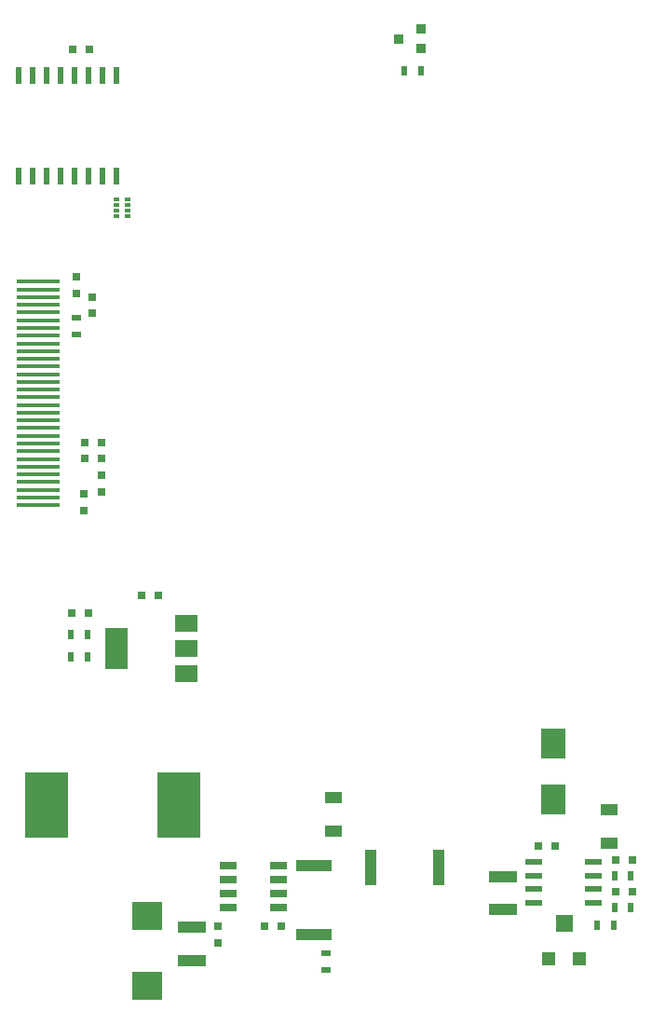
<source format=gtp>
G04 #@! TF.GenerationSoftware,KiCad,Pcbnew,5.0.1*
G04 #@! TF.CreationDate,2019-02-05T22:36:18+00:00*
G04 #@! TF.ProjectId,nixie_control_board,6E697869655F636F6E74726F6C5F626F,rev?*
G04 #@! TF.SameCoordinates,Original*
G04 #@! TF.FileFunction,Paste,Top*
G04 #@! TF.FilePolarity,Positive*
%FSLAX46Y46*%
G04 Gerber Fmt 4.6, Leading zero omitted, Abs format (unit mm)*
G04 Created by KiCad (PCBNEW 5.0.1) date Di 05 Feb 2019 22:36:18 UTC*
%MOMM*%
%LPD*%
G01*
G04 APERTURE LIST*
%ADD10R,0.800000X0.750000*%
%ADD11R,1.600000X1.000000*%
%ADD12R,2.700000X2.550000*%
%ADD13R,4.000000X0.400000*%
%ADD14R,4.000000X6.000000*%
%ADD15R,0.599440X1.625000*%
%ADD16R,0.500000X0.400000*%
%ADD17R,0.500000X0.300000*%
%ADD18R,3.200000X1.000000*%
%ADD19R,2.000000X3.800000*%
%ADD20R,2.000000X1.500000*%
%ADD21R,0.500000X0.900000*%
%ADD22R,1.524000X0.760000*%
%ADD23R,0.750000X0.800000*%
%ADD24R,0.900000X0.500000*%
%ADD25R,2.500000X1.000000*%
%ADD26R,1.000000X3.200000*%
%ADD27R,2.200000X2.700000*%
%ADD28R,1.200000X1.200000*%
%ADD29R,1.600000X1.500000*%
%ADD30R,1.549400X0.599440*%
%ADD31R,0.914400X0.914400*%
G04 APERTURE END LIST*
D10*
G04 #@! TO.C,C5*
X148400000Y-139440000D03*
X146900000Y-139440000D03*
G04 #@! TD*
D11*
G04 #@! TO.C,C7*
X153190000Y-130800000D03*
X153190000Y-127800000D03*
G04 #@! TD*
G04 #@! TO.C,C23*
X178250000Y-131900000D03*
X178250000Y-128900000D03*
G04 #@! TD*
D12*
G04 #@! TO.C,C10*
X136200000Y-138525000D03*
X136200000Y-144875000D03*
G04 #@! TD*
D13*
G04 #@! TO.C,U7*
X126330000Y-80920058D03*
X126330000Y-81620056D03*
X126330000Y-84420048D03*
X126330000Y-83020052D03*
X126330000Y-91420028D03*
X126330000Y-88620036D03*
X126330000Y-92820024D03*
X126330000Y-87220040D03*
X126330000Y-85820044D03*
X126330000Y-90020032D03*
X126330000Y-82320054D03*
X126330000Y-83720050D03*
X126330000Y-85120046D03*
X126330000Y-94920018D03*
X126330000Y-100520002D03*
X126330000Y-99120006D03*
X126330000Y-97020012D03*
X126330000Y-97720010D03*
X126330000Y-89320034D03*
X126330000Y-92120026D03*
X126330000Y-93520022D03*
X126330000Y-87920038D03*
X126330000Y-86520042D03*
X126330000Y-90720030D03*
X126330000Y-94220020D03*
X126330000Y-95620016D03*
X126330000Y-96320014D03*
X126330000Y-98420008D03*
X126330000Y-99820004D03*
X126330000Y-101220000D03*
G04 #@! TD*
D14*
G04 #@! TO.C,L1*
X127082000Y-128448000D03*
X139082000Y-128448000D03*
G04 #@! TD*
D15*
G04 #@! TO.C,U1*
X133450000Y-71325000D03*
X132180000Y-71325000D03*
X130910000Y-71325000D03*
X129640000Y-71325000D03*
X128370000Y-71325000D03*
X127100000Y-71325000D03*
X125830000Y-71325000D03*
X124560000Y-71325000D03*
X124560000Y-62200000D03*
X125830000Y-62200000D03*
X127100000Y-62200000D03*
X128370000Y-62200000D03*
X129640000Y-62200000D03*
X130910000Y-62200000D03*
X132180000Y-62200000D03*
X133450000Y-62200000D03*
G04 #@! TD*
D10*
G04 #@! TO.C,C2*
X129440000Y-59780000D03*
X130940000Y-59780000D03*
G04 #@! TD*
D16*
G04 #@! TO.C,RP1*
X134450000Y-74930000D03*
D17*
X134450000Y-73930000D03*
X134450000Y-74430000D03*
D16*
X134450000Y-73430000D03*
D17*
X133450000Y-74430000D03*
D16*
X133450000Y-74930000D03*
D17*
X133450000Y-73930000D03*
D16*
X133450000Y-73430000D03*
G04 #@! TD*
D18*
G04 #@! TO.C,R1*
X151370000Y-134010000D03*
X151370000Y-140210000D03*
G04 #@! TD*
D19*
G04 #@! TO.C,P3*
X133440000Y-114260000D03*
D20*
X139740000Y-114260000D03*
X139740000Y-111960000D03*
X139740000Y-116560000D03*
G04 #@! TD*
D10*
G04 #@! TO.C,C8*
X137220000Y-109410000D03*
X135720000Y-109410000D03*
G04 #@! TD*
G04 #@! TO.C,C9*
X130850000Y-111050000D03*
X129350000Y-111050000D03*
G04 #@! TD*
D21*
G04 #@! TO.C,R4*
X130820000Y-112980000D03*
X129320000Y-112980000D03*
G04 #@! TD*
G04 #@! TO.C,R5*
X129300000Y-115030000D03*
X130800000Y-115030000D03*
G04 #@! TD*
D22*
G04 #@! TO.C,U3*
X143590000Y-133954000D03*
X143590000Y-135224000D03*
X143590000Y-136494000D03*
X143590000Y-137764000D03*
X148190000Y-137764000D03*
X148190000Y-136494000D03*
X148190000Y-135224000D03*
X148190000Y-133954000D03*
G04 #@! TD*
D23*
G04 #@! TO.C,C4*
X142620000Y-141010000D03*
X142620000Y-139510000D03*
G04 #@! TD*
D24*
G04 #@! TO.C,R3*
X152520000Y-143420000D03*
X152520000Y-141920000D03*
G04 #@! TD*
D25*
G04 #@! TO.C,C3*
X140300000Y-139600000D03*
X140300000Y-142600000D03*
G04 #@! TD*
D26*
G04 #@! TO.C,R2*
X162706000Y-134116000D03*
X156506000Y-134116000D03*
G04 #@! TD*
D10*
G04 #@! TO.C,C11*
X130580000Y-95570000D03*
X132080000Y-95570000D03*
G04 #@! TD*
D23*
G04 #@! TO.C,C12*
X129800000Y-80470000D03*
X129800000Y-81970000D03*
G04 #@! TD*
D10*
G04 #@! TO.C,C13*
X132090000Y-97010000D03*
X130590000Y-97010000D03*
G04 #@! TD*
D23*
G04 #@! TO.C,C14*
X131240000Y-82290000D03*
X131240000Y-83790000D03*
G04 #@! TD*
G04 #@! TO.C,C15*
X130480000Y-101700000D03*
X130480000Y-100200000D03*
G04 #@! TD*
G04 #@! TO.C,C16*
X132080000Y-100010000D03*
X132080000Y-98510000D03*
G04 #@! TD*
D25*
G04 #@! TO.C,C19*
X168550000Y-134975000D03*
X168550000Y-137975000D03*
G04 #@! TD*
D10*
G04 #@! TO.C,C20*
X180350000Y-133425000D03*
X178850000Y-133425000D03*
G04 #@! TD*
G04 #@! TO.C,C21*
X171800000Y-132225000D03*
X173300000Y-132225000D03*
G04 #@! TD*
G04 #@! TO.C,C22*
X178850000Y-136375000D03*
X180350000Y-136375000D03*
G04 #@! TD*
D27*
G04 #@! TO.C,L2*
X173180000Y-127970000D03*
X173180000Y-122870000D03*
G04 #@! TD*
D24*
G04 #@! TO.C,R6*
X129800000Y-85680000D03*
X129800000Y-84180000D03*
G04 #@! TD*
D21*
G04 #@! TO.C,R9*
X178700000Y-134900000D03*
X180200000Y-134900000D03*
G04 #@! TD*
G04 #@! TO.C,R10*
X180200000Y-137825000D03*
X178700000Y-137825000D03*
G04 #@! TD*
G04 #@! TO.C,R11*
X178625000Y-139375000D03*
X177125000Y-139375000D03*
G04 #@! TD*
D28*
G04 #@! TO.C,RV2*
X172725000Y-142470000D03*
X175525000Y-142470000D03*
D29*
X174125000Y-139230000D03*
G04 #@! TD*
D30*
G04 #@! TO.C,U8*
X171377520Y-133597540D03*
X171377520Y-134867540D03*
X171377520Y-136132460D03*
X171377520Y-137402460D03*
X176772480Y-137402460D03*
X176772480Y-136132460D03*
X176772480Y-134867540D03*
X176772480Y-133597540D03*
G04 #@! TD*
D31*
G04 #@! TO.C,Q2*
X161086000Y-59729000D03*
X161086000Y-57951000D03*
X159069240Y-58840000D03*
G04 #@! TD*
D21*
G04 #@! TO.C,R7*
X161080000Y-61720000D03*
X159580000Y-61720000D03*
G04 #@! TD*
M02*

</source>
